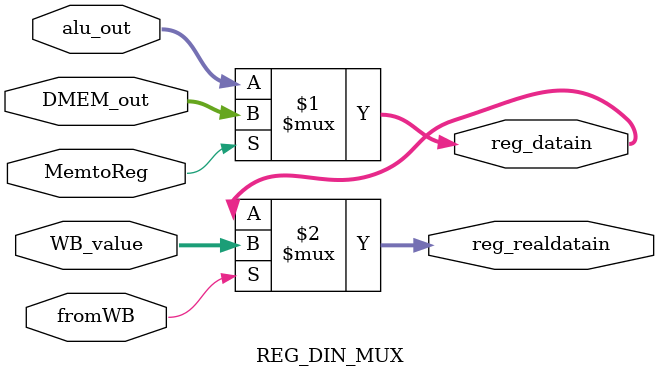
<source format=v>
`timescale 1ns / 1ps
module REG_DIN_MUX(
    input       fromWB,
    input   [31:0]  WB_value,
    input [31:0] alu_out,
    input [31:0] DMEM_out,
    input MemtoReg,
    output [31:0] reg_datain,
    output  [31:0]  reg_realdatain
    );
assign reg_datain = MemtoReg? DMEM_out:alu_out;
assign reg_realdatain = fromWB?WB_value:reg_datain;
endmodule

</source>
